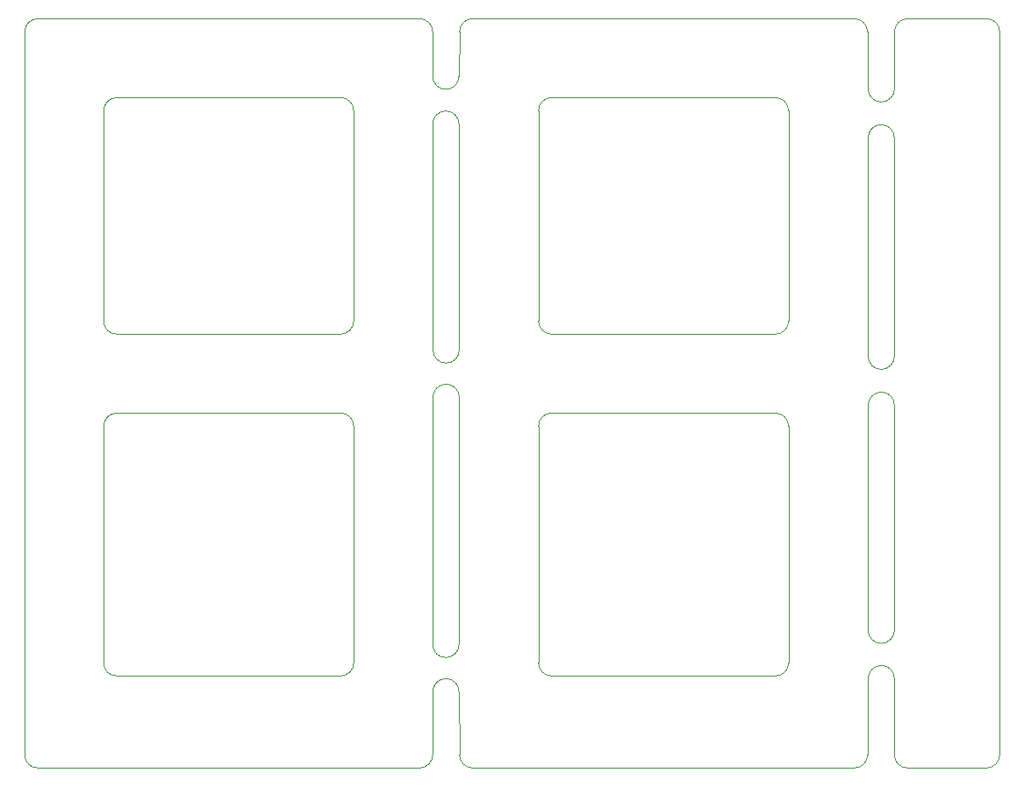
<source format=gbr>
%TF.GenerationSoftware,KiCad,Pcbnew,(5.1.9)-1*%
%TF.CreationDate,2021-05-05T18:50:43+10:00*%
%TF.ProjectId,panel,70616e65-6c2e-46b6-9963-61645f706362,rev?*%
%TF.SameCoordinates,Original*%
%TF.FileFunction,Profile,NP*%
%FSLAX46Y46*%
G04 Gerber Fmt 4.6, Leading zero omitted, Abs format (unit mm)*
G04 Created by KiCad (PCBNEW (5.1.9)-1) date 2021-05-05 18:50:43*
%MOMM*%
%LPD*%
G01*
G04 APERTURE LIST*
%TA.AperFunction,Profile*%
%ADD10C,0.050000*%
%TD*%
G04 APERTURE END LIST*
D10*
X103225600Y-108204000D02*
X103225600Y-115570000D01*
X103225600Y-81788000D02*
X103225600Y-103530400D01*
X103225600Y-55956200D02*
X103225600Y-77063600D01*
X103225600Y-45720000D02*
X103225600Y-51231800D01*
X100685600Y-108204000D02*
X100634800Y-115570000D01*
X100685600Y-81788000D02*
X100685600Y-103530400D01*
X100685600Y-77038200D02*
X100685600Y-77063600D01*
X100685600Y-55956200D02*
X100685600Y-77038200D01*
X100685600Y-51231800D02*
X100634800Y-45720000D01*
X103225600Y-103530400D02*
G75*
G02*
X101955600Y-104800400I-1270000J0D01*
G01*
X101955600Y-104800400D02*
G75*
G02*
X100685600Y-103530400I0J1270000D01*
G01*
X100685600Y-108204000D02*
G75*
G02*
X101955600Y-106934000I1270000J0D01*
G01*
X101955600Y-106934000D02*
G75*
G02*
X103225600Y-108204000I0J-1270000D01*
G01*
X103225600Y-77063600D02*
G75*
G02*
X101955600Y-78333600I-1270000J0D01*
G01*
X101955600Y-78333600D02*
G75*
G02*
X100685600Y-77063600I0J1270000D01*
G01*
X100685600Y-81788000D02*
G75*
G02*
X101955600Y-80518000I1270000J0D01*
G01*
X101955600Y-80518000D02*
G75*
G02*
X103225600Y-81788000I0J-1270000D01*
G01*
X100685600Y-55956200D02*
G75*
G02*
X101955600Y-54686200I1270000J0D01*
G01*
X101955600Y-54686200D02*
G75*
G02*
X103225600Y-55956200I0J-1270000D01*
G01*
X101955600Y-52501800D02*
G75*
G02*
X100685600Y-51231800I0J1270000D01*
G01*
X103225600Y-51231800D02*
G75*
G02*
X101955600Y-52501800I-1270000J0D01*
G01*
X61214000Y-50012600D02*
X61264800Y-45720000D01*
X58674000Y-50012600D02*
X58674000Y-45720000D01*
X61214000Y-54635400D02*
X61239400Y-76454000D01*
X58699400Y-76454000D02*
X58674000Y-54635400D01*
X61239400Y-81026000D02*
X61214000Y-104902000D01*
X58674000Y-104902000D02*
X58699400Y-81026000D01*
X61264800Y-115570000D02*
X61214000Y-109474000D01*
X58674000Y-115570000D02*
X58674000Y-109474000D01*
X61214000Y-50012600D02*
G75*
G02*
X59944000Y-51282600I-1270000J0D01*
G01*
X59944000Y-51282600D02*
G75*
G02*
X58674000Y-50012600I0J1270000D01*
G01*
X58674000Y-54635400D02*
G75*
G02*
X59944000Y-53365400I1270000J0D01*
G01*
X59944000Y-53365400D02*
G75*
G02*
X61214000Y-54635400I0J-1270000D01*
G01*
X58674000Y-109474000D02*
G75*
G02*
X59944000Y-108204000I1270000J0D01*
G01*
X59944000Y-108204000D02*
G75*
G02*
X61214000Y-109474000I0J-1270000D01*
G01*
X61214000Y-104902000D02*
G75*
G02*
X59944000Y-106172000I-1270000J0D01*
G01*
X59944000Y-106172000D02*
G75*
G02*
X58674000Y-104902000I0J1270000D01*
G01*
X58699400Y-81026000D02*
G75*
G02*
X59969400Y-79756000I1270000J0D01*
G01*
X59969400Y-79756000D02*
G75*
G02*
X61239400Y-81026000I0J-1270000D01*
G01*
X61239400Y-76454000D02*
G75*
G02*
X59969400Y-77724000I-1270000J0D01*
G01*
X59969400Y-77724000D02*
G75*
G02*
X58699400Y-76454000I0J1270000D01*
G01*
X58674000Y-115570000D02*
G75*
G02*
X57404000Y-116840000I-1270000J0D01*
G01*
X26924000Y-83820000D02*
G75*
G02*
X28194000Y-82550000I1270000J0D01*
G01*
X28194000Y-74930000D02*
G75*
G02*
X26924000Y-73660000I0J1270000D01*
G01*
X20574000Y-116840000D02*
G75*
G02*
X19304000Y-115570000I0J1270000D01*
G01*
X19304000Y-45720000D02*
G75*
G02*
X20574000Y-44450000I1270000J0D01*
G01*
X26924000Y-53340000D02*
G75*
G02*
X28194000Y-52070000I1270000J0D01*
G01*
X49784000Y-82550000D02*
X28194000Y-82550000D01*
X51054000Y-106680000D02*
G75*
G02*
X49784000Y-107950000I-1270000J0D01*
G01*
X49784000Y-52070000D02*
X28194000Y-52070000D01*
X51054000Y-73660000D02*
G75*
G02*
X49784000Y-74930000I-1270000J0D01*
G01*
X28194000Y-74930000D02*
X49784000Y-74930000D01*
X49784000Y-82550000D02*
G75*
G02*
X51054000Y-83820000I0J-1270000D01*
G01*
X51054000Y-73660000D02*
X51054000Y-53340000D01*
X26924000Y-53340000D02*
X26924000Y-73660000D01*
X28194000Y-107950000D02*
X49784000Y-107950000D01*
X57404000Y-116840000D02*
X20574000Y-116840000D01*
X19304000Y-45720000D02*
X19304000Y-115570000D01*
X57404000Y-44450000D02*
G75*
G02*
X58674000Y-45720000I0J-1270000D01*
G01*
X49784000Y-52070000D02*
G75*
G02*
X51054000Y-53340000I0J-1270000D01*
G01*
X26924000Y-83820000D02*
X26924000Y-106680000D01*
X51054000Y-106680000D02*
X51054000Y-83820000D01*
X28194000Y-107950000D02*
G75*
G02*
X26924000Y-106680000I0J1270000D01*
G01*
X57404000Y-44450000D02*
X20574000Y-44450000D01*
X68884800Y-83820000D02*
X68884800Y-106680000D01*
X91744800Y-52070000D02*
X70154800Y-52070000D01*
X68884800Y-53340000D02*
X68884800Y-73660000D01*
X91744800Y-52070000D02*
G75*
G02*
X93014800Y-53340000I0J-1270000D01*
G01*
X68884800Y-53340000D02*
G75*
G02*
X70154800Y-52070000I1270000J0D01*
G01*
X93014800Y-73660000D02*
X93014800Y-53340000D01*
X93014800Y-106680000D02*
X93014800Y-83820000D01*
X70154800Y-74930000D02*
X91744800Y-74930000D01*
X70154800Y-107950000D02*
X91744800Y-107950000D01*
X91744800Y-82550000D02*
X70154800Y-82550000D01*
X93014800Y-73660000D02*
G75*
G02*
X91744800Y-74930000I-1270000J0D01*
G01*
X99364800Y-116840000D02*
X62534800Y-116840000D01*
X91744800Y-82550000D02*
G75*
G02*
X93014800Y-83820000I0J-1270000D01*
G01*
X99364800Y-44450000D02*
G75*
G02*
X100634800Y-45720000I0J-1270000D01*
G01*
X70154800Y-107950000D02*
G75*
G02*
X68884800Y-106680000I0J1270000D01*
G01*
X99364800Y-44450000D02*
X62534800Y-44450000D01*
X93014800Y-106680000D02*
G75*
G02*
X91744800Y-107950000I-1270000J0D01*
G01*
X68884800Y-83820000D02*
G75*
G02*
X70154800Y-82550000I1270000J0D01*
G01*
X70154800Y-74930000D02*
G75*
G02*
X68884800Y-73660000I0J1270000D01*
G01*
X62534800Y-116840000D02*
G75*
G02*
X61264800Y-115570000I0J1270000D01*
G01*
X113385600Y-45720000D02*
X113385600Y-115570000D01*
X112115600Y-116840000D02*
X104495600Y-116840000D01*
X61264800Y-45720000D02*
G75*
G02*
X62534800Y-44450000I1270000J0D01*
G01*
X104495600Y-44450000D02*
X112115600Y-44450000D01*
X100634800Y-115570000D02*
G75*
G02*
X99364800Y-116840000I-1270000J0D01*
G01*
X103225600Y-45720000D02*
G75*
G02*
X104495600Y-44450000I1270000J0D01*
G01*
X112115600Y-44450000D02*
G75*
G02*
X113385600Y-45720000I0J-1270000D01*
G01*
X113385600Y-115570000D02*
G75*
G02*
X112115600Y-116840000I-1270000J0D01*
G01*
X104495600Y-116840000D02*
G75*
G02*
X103225600Y-115570000I0J1270000D01*
G01*
M02*

</source>
